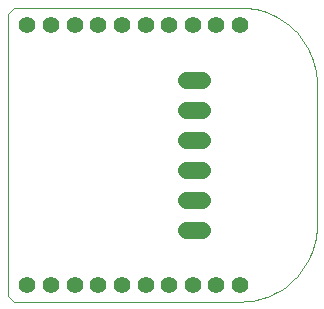
<source format=gbs>
G75*
G70*
%OFA0B0*%
%FSLAX24Y24*%
%IPPOS*%
%LPD*%
%AMOC8*
5,1,8,0,0,1.08239X$1,22.5*
%
%ADD10C,0.0000*%
%ADD11C,0.0555*%
%ADD12C,0.0560*%
D10*
X001606Y001227D02*
X001806Y001027D01*
X009406Y001027D01*
X009527Y001033D01*
X009648Y001044D01*
X009768Y001061D01*
X009888Y001083D01*
X010006Y001111D01*
X010122Y001145D01*
X010237Y001184D01*
X010350Y001229D01*
X010461Y001279D01*
X010569Y001334D01*
X010674Y001394D01*
X010776Y001459D01*
X010876Y001529D01*
X010971Y001604D01*
X011063Y001683D01*
X011152Y001766D01*
X011236Y001854D01*
X011316Y001945D01*
X011391Y002040D01*
X011462Y002139D01*
X011528Y002241D01*
X011589Y002346D01*
X011645Y002453D01*
X011696Y002563D01*
X011741Y002676D01*
X011782Y002790D01*
X011816Y002907D01*
X011845Y003025D01*
X011869Y003144D01*
X011887Y003264D01*
X011899Y003384D01*
X011905Y003506D01*
X011906Y003627D01*
X011906Y008227D01*
X011905Y008348D01*
X011899Y008470D01*
X011887Y008590D01*
X011869Y008710D01*
X011845Y008829D01*
X011816Y008947D01*
X011782Y009064D01*
X011741Y009178D01*
X011696Y009291D01*
X011645Y009401D01*
X011589Y009508D01*
X011528Y009613D01*
X011462Y009715D01*
X011391Y009814D01*
X011316Y009909D01*
X011236Y010000D01*
X011152Y010088D01*
X011063Y010171D01*
X010971Y010250D01*
X010876Y010325D01*
X010776Y010395D01*
X010674Y010460D01*
X010569Y010520D01*
X010461Y010575D01*
X010350Y010625D01*
X010237Y010670D01*
X010122Y010709D01*
X010006Y010743D01*
X009888Y010771D01*
X009768Y010793D01*
X009648Y010810D01*
X009527Y010821D01*
X009406Y010827D01*
X001806Y010827D01*
X001606Y010627D01*
X001606Y001227D01*
D11*
X002263Y001597D03*
X003050Y001597D03*
X003838Y001597D03*
X004625Y001597D03*
X005413Y001597D03*
X006200Y001597D03*
X006987Y001597D03*
X007775Y001597D03*
X008562Y001597D03*
X009350Y001597D03*
X009350Y010258D03*
X008562Y010258D03*
X007775Y010258D03*
X006987Y010258D03*
X006200Y010258D03*
X005413Y010258D03*
X004625Y010258D03*
X003838Y010258D03*
X003050Y010258D03*
X002263Y010258D03*
D12*
X007546Y008427D02*
X008066Y008427D01*
X008066Y007427D02*
X007546Y007427D01*
X007546Y006427D02*
X008066Y006427D01*
X008066Y005427D02*
X007546Y005427D01*
X007546Y004427D02*
X008066Y004427D01*
X008066Y003427D02*
X007546Y003427D01*
M02*

</source>
